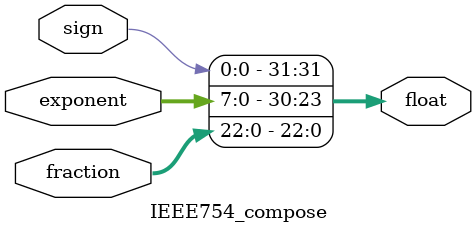
<source format=v>
`ifndef IEEE754_V
`define IEEE754_V

module IEEE754_decompo(
    input  wire [31:0] float,
    output wire [23:0] fraction,
    output wire [ 7:0] exponent,
    output wire        sign
);

    assign sign = float[31];

    assign fraction = { 1'b1, float[22: 0]};
    assign exponent = {       float[30:23]};

endmodule


module IEEE754_compose(
    input  wire        sign,
    input  wire [ 7:0] exponent,
    input  wire [22:0] fraction,
    output wire [31:0] float
);

    assign float = {sign, exponent, fraction};

endmodule

`endif 
</source>
